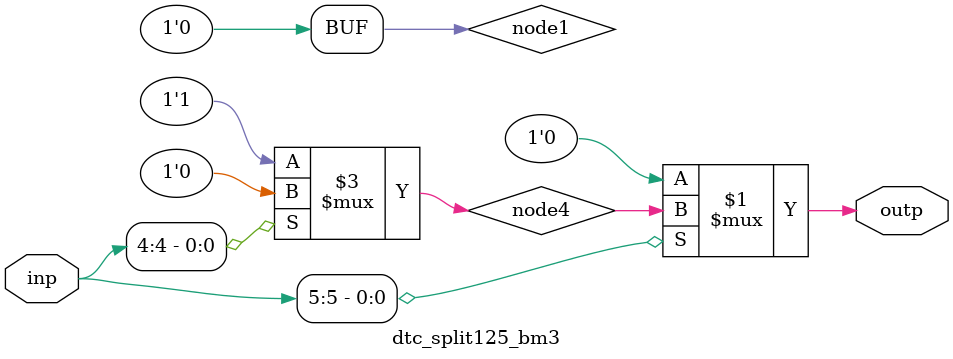
<source format=v>
module dtc_split125_bm3 (
	input  wire [8-1:0] inp,
	output wire [1-1:0] outp
);

	wire [1-1:0] node1;
	wire [1-1:0] node4;

	assign outp = (inp[5]) ? node4 : node1;
		assign node1 = (inp[7]) ? 1'b0 : 1'b0;
		assign node4 = (inp[4]) ? 1'b0 : 1'b1;

endmodule
</source>
